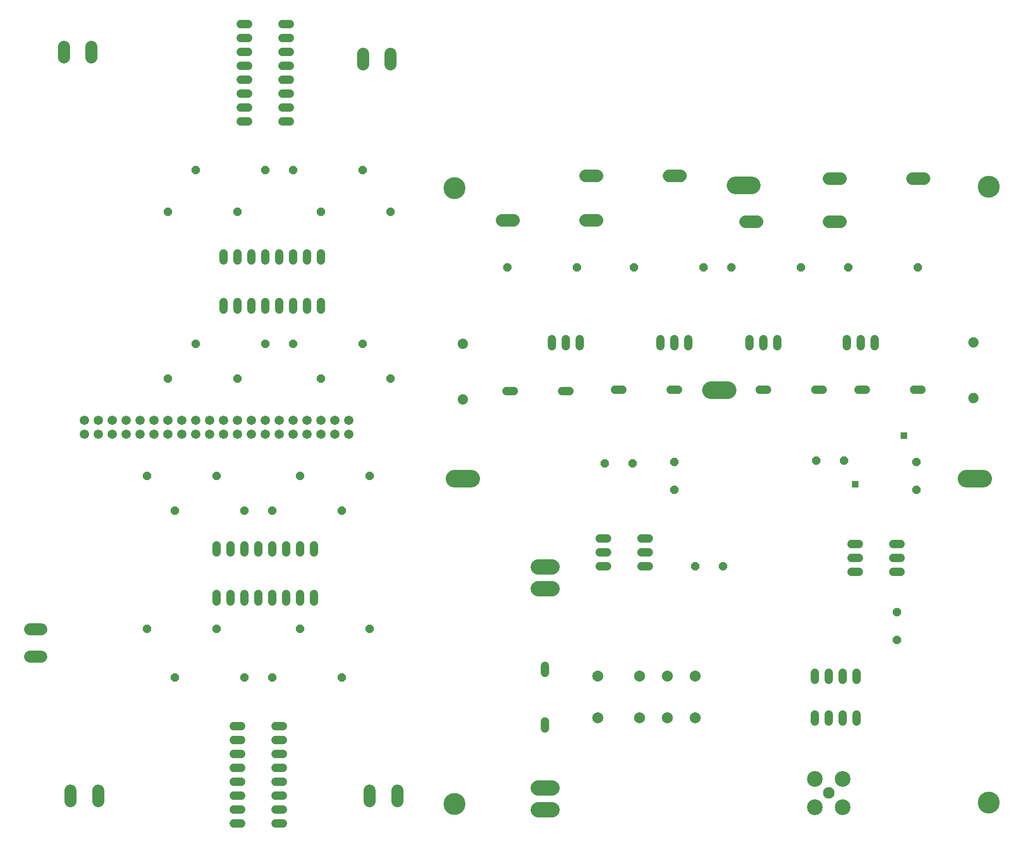
<source format=gts>
G75*
%MOIN*%
%OFA0B0*%
%FSLAX25Y25*%
%IPPOS*%
%LPD*%
%AMOC8*
5,1,8,0,0,1.08239X$1,22.5*
%
%ADD10C,0.15750*%
%ADD11C,0.06000*%
%ADD12OC8,0.06000*%
%ADD13C,0.06737*%
%ADD14C,0.08600*%
%ADD15C,0.10839*%
%ADD16C,0.08300*%
%ADD17C,0.11300*%
%ADD18C,0.12650*%
%ADD19C,0.07887*%
%ADD20C,0.09050*%
%ADD21C,0.07400*%
%ADD22R,0.04762X0.04762*%
D10*
X0327800Y0028167D03*
X0711800Y0029167D03*
X0711800Y0472167D03*
X0327800Y0471167D03*
D11*
X0231800Y0424367D02*
X0231800Y0419167D01*
X0221800Y0419167D02*
X0221800Y0424367D01*
X0211800Y0424367D02*
X0211800Y0419167D01*
X0201800Y0419167D02*
X0201800Y0424367D01*
X0191800Y0424367D02*
X0191800Y0419167D01*
X0181800Y0419167D02*
X0181800Y0424367D01*
X0171800Y0424367D02*
X0171800Y0419167D01*
X0161800Y0419167D02*
X0161800Y0424367D01*
X0161800Y0389167D02*
X0161800Y0383967D01*
X0171800Y0383967D02*
X0171800Y0389167D01*
X0181800Y0389167D02*
X0181800Y0383967D01*
X0191800Y0383967D02*
X0191800Y0389167D01*
X0201800Y0389167D02*
X0201800Y0383967D01*
X0211800Y0383967D02*
X0211800Y0389167D01*
X0221800Y0389167D02*
X0221800Y0383967D01*
X0231800Y0383967D02*
X0231800Y0389167D01*
X0365200Y0325167D02*
X0370400Y0325167D01*
X0405200Y0325167D02*
X0410400Y0325167D01*
X0443200Y0326167D02*
X0448400Y0326167D01*
X0483200Y0326167D02*
X0488400Y0326167D01*
X0485800Y0357567D02*
X0485800Y0362767D01*
X0475800Y0362767D02*
X0475800Y0357567D01*
X0495800Y0357567D02*
X0495800Y0362767D01*
X0539800Y0362767D02*
X0539800Y0357567D01*
X0549800Y0357567D02*
X0549800Y0362767D01*
X0559800Y0362767D02*
X0559800Y0357567D01*
X0552400Y0326167D02*
X0547200Y0326167D01*
X0587200Y0326167D02*
X0592400Y0326167D01*
X0618200Y0326167D02*
X0623400Y0326167D01*
X0658200Y0326167D02*
X0663400Y0326167D01*
X0629800Y0357567D02*
X0629800Y0362767D01*
X0619800Y0362767D02*
X0619800Y0357567D01*
X0609800Y0357567D02*
X0609800Y0362767D01*
X0467400Y0219167D02*
X0462200Y0219167D01*
X0462200Y0209167D02*
X0467400Y0209167D01*
X0467400Y0199167D02*
X0462200Y0199167D01*
X0437400Y0199167D02*
X0432200Y0199167D01*
X0432200Y0209167D02*
X0437400Y0209167D01*
X0437400Y0219167D02*
X0432200Y0219167D01*
X0392800Y0127767D02*
X0392800Y0122567D01*
X0392800Y0087767D02*
X0392800Y0082567D01*
X0226800Y0173967D02*
X0226800Y0179167D01*
X0216800Y0179167D02*
X0216800Y0173967D01*
X0206800Y0173967D02*
X0206800Y0179167D01*
X0196800Y0179167D02*
X0196800Y0173967D01*
X0186800Y0173967D02*
X0186800Y0179167D01*
X0176800Y0179167D02*
X0176800Y0173967D01*
X0166800Y0173967D02*
X0166800Y0179167D01*
X0156800Y0179167D02*
X0156800Y0173967D01*
X0156800Y0209167D02*
X0156800Y0214367D01*
X0166800Y0214367D02*
X0166800Y0209167D01*
X0176800Y0209167D02*
X0176800Y0214367D01*
X0186800Y0214367D02*
X0186800Y0209167D01*
X0196800Y0209167D02*
X0196800Y0214367D01*
X0206800Y0214367D02*
X0206800Y0209167D01*
X0216800Y0209167D02*
X0216800Y0214367D01*
X0226800Y0214367D02*
X0226800Y0209167D01*
X0204400Y0084167D02*
X0199200Y0084167D01*
X0199200Y0074167D02*
X0204400Y0074167D01*
X0204400Y0064167D02*
X0199200Y0064167D01*
X0199200Y0054167D02*
X0204400Y0054167D01*
X0204400Y0044167D02*
X0199200Y0044167D01*
X0199200Y0034167D02*
X0204400Y0034167D01*
X0204400Y0024167D02*
X0199200Y0024167D01*
X0199200Y0014167D02*
X0204400Y0014167D01*
X0174400Y0014167D02*
X0169200Y0014167D01*
X0169200Y0024167D02*
X0174400Y0024167D01*
X0174400Y0034167D02*
X0169200Y0034167D01*
X0169200Y0044167D02*
X0174400Y0044167D01*
X0174400Y0054167D02*
X0169200Y0054167D01*
X0169200Y0064167D02*
X0174400Y0064167D01*
X0174400Y0074167D02*
X0169200Y0074167D01*
X0169200Y0084167D02*
X0174400Y0084167D01*
X0397800Y0357567D02*
X0397800Y0362767D01*
X0407800Y0362767D02*
X0407800Y0357567D01*
X0417800Y0357567D02*
X0417800Y0362767D01*
X0613200Y0215167D02*
X0618400Y0215167D01*
X0618400Y0205167D02*
X0613200Y0205167D01*
X0613200Y0195167D02*
X0618400Y0195167D01*
X0643200Y0195167D02*
X0648400Y0195167D01*
X0648400Y0205167D02*
X0643200Y0205167D01*
X0643200Y0215167D02*
X0648400Y0215167D01*
X0616800Y0122767D02*
X0616800Y0117567D01*
X0606800Y0117567D02*
X0606800Y0122767D01*
X0596800Y0122767D02*
X0596800Y0117567D01*
X0586800Y0117567D02*
X0586800Y0122767D01*
X0586800Y0092767D02*
X0586800Y0087567D01*
X0596800Y0087567D02*
X0596800Y0092767D01*
X0606800Y0092767D02*
X0606800Y0087567D01*
X0616800Y0087567D02*
X0616800Y0092767D01*
X0209400Y0519167D02*
X0204200Y0519167D01*
X0204200Y0529167D02*
X0209400Y0529167D01*
X0209400Y0539167D02*
X0204200Y0539167D01*
X0204200Y0549167D02*
X0209400Y0549167D01*
X0209400Y0559167D02*
X0204200Y0559167D01*
X0204200Y0569167D02*
X0209400Y0569167D01*
X0209400Y0579167D02*
X0204200Y0579167D01*
X0204200Y0589167D02*
X0209400Y0589167D01*
X0179400Y0589167D02*
X0174200Y0589167D01*
X0174200Y0579167D02*
X0179400Y0579167D01*
X0179400Y0569167D02*
X0174200Y0569167D01*
X0174200Y0559167D02*
X0179400Y0559167D01*
X0179400Y0549167D02*
X0174200Y0549167D01*
X0174200Y0539167D02*
X0179400Y0539167D01*
X0179400Y0529167D02*
X0174200Y0529167D01*
X0174200Y0519167D02*
X0179400Y0519167D01*
D12*
X0191800Y0484167D03*
X0211800Y0484167D03*
X0231800Y0454167D03*
X0261800Y0484167D03*
X0281800Y0454167D03*
X0365800Y0414167D03*
X0415800Y0414167D03*
X0456800Y0414167D03*
X0506800Y0414167D03*
X0526800Y0414167D03*
X0576800Y0414167D03*
X0610800Y0414167D03*
X0660800Y0414167D03*
X0659800Y0274167D03*
X0659800Y0254167D03*
X0607800Y0275167D03*
X0587800Y0275167D03*
X0520800Y0199167D03*
X0500800Y0199167D03*
X0485800Y0254167D03*
X0485800Y0274167D03*
X0455800Y0273167D03*
X0435800Y0273167D03*
X0281800Y0334167D03*
X0261800Y0359167D03*
X0231800Y0334167D03*
X0211800Y0359167D03*
X0191800Y0359167D03*
X0171800Y0334167D03*
X0141800Y0359167D03*
X0121800Y0334167D03*
X0106800Y0264167D03*
X0126800Y0239167D03*
X0156800Y0264167D03*
X0176800Y0239167D03*
X0196800Y0239167D03*
X0216800Y0264167D03*
X0246800Y0239167D03*
X0266800Y0264167D03*
X0266800Y0154167D03*
X0246800Y0119167D03*
X0216800Y0154167D03*
X0196800Y0119167D03*
X0176800Y0119167D03*
X0156800Y0154167D03*
X0126800Y0119167D03*
X0106800Y0154167D03*
X0121800Y0454167D03*
X0141800Y0484167D03*
X0171800Y0454167D03*
X0645800Y0166167D03*
X0645800Y0146167D03*
D13*
X0251800Y0294167D03*
X0251800Y0304167D03*
X0241800Y0304167D03*
X0231800Y0304167D03*
X0221800Y0304167D03*
X0211800Y0304167D03*
X0201800Y0304167D03*
X0191800Y0304167D03*
X0181800Y0304167D03*
X0171800Y0304167D03*
X0161800Y0304167D03*
X0151800Y0304167D03*
X0141800Y0304167D03*
X0131800Y0304167D03*
X0121800Y0304167D03*
X0111800Y0304167D03*
X0101800Y0304167D03*
X0091800Y0304167D03*
X0081800Y0304167D03*
X0071800Y0304167D03*
X0061800Y0304167D03*
X0061800Y0294167D03*
X0071800Y0294167D03*
X0081800Y0294167D03*
X0091800Y0294167D03*
X0101800Y0294167D03*
X0111800Y0294167D03*
X0121800Y0294167D03*
X0131800Y0294167D03*
X0141800Y0294167D03*
X0151800Y0294167D03*
X0161800Y0294167D03*
X0171800Y0294167D03*
X0181800Y0294167D03*
X0191800Y0294167D03*
X0201800Y0294167D03*
X0211800Y0294167D03*
X0221800Y0294167D03*
X0231800Y0294167D03*
X0241800Y0294167D03*
D14*
X0051900Y0038067D02*
X0051900Y0030267D01*
X0071600Y0030267D02*
X0071600Y0038067D01*
X0030700Y0134367D02*
X0022900Y0134367D01*
X0022900Y0154067D02*
X0030700Y0154067D01*
X0266900Y0038067D02*
X0266900Y0030267D01*
X0286600Y0030267D02*
X0286600Y0038067D01*
X0281700Y0560267D02*
X0281700Y0568067D01*
X0262000Y0568067D02*
X0262000Y0560267D01*
X0066700Y0565267D02*
X0066700Y0573067D01*
X0047000Y0573067D02*
X0047000Y0565267D01*
D15*
X0387780Y0198962D02*
X0397820Y0198962D01*
X0397820Y0183371D02*
X0387780Y0183371D01*
X0387780Y0039962D02*
X0397820Y0039962D01*
X0397820Y0024371D02*
X0387780Y0024371D01*
D16*
X0596800Y0036167D03*
D17*
X0586761Y0046206D03*
X0606839Y0046206D03*
X0606839Y0026128D03*
X0586761Y0026128D03*
D18*
X0695875Y0262167D02*
X0707725Y0262167D01*
X0523925Y0325867D02*
X0512075Y0325867D01*
X0529575Y0473167D02*
X0541425Y0473167D01*
X0339725Y0262167D02*
X0327875Y0262167D01*
D19*
X0430800Y0120167D03*
X0460800Y0120167D03*
X0480800Y0120167D03*
X0500800Y0120167D03*
X0500800Y0090167D03*
X0480800Y0090167D03*
X0460800Y0090167D03*
X0430800Y0090167D03*
D20*
X0429925Y0448167D02*
X0421675Y0448167D01*
X0421675Y0480167D02*
X0429925Y0480167D01*
X0481675Y0480167D02*
X0489925Y0480167D01*
X0536675Y0447167D02*
X0544925Y0447167D01*
X0596675Y0447167D02*
X0604925Y0447167D01*
X0604925Y0478167D02*
X0596675Y0478167D01*
X0656675Y0478167D02*
X0664925Y0478167D01*
X0369925Y0448167D02*
X0361675Y0448167D01*
D21*
X0333800Y0359167D03*
X0333800Y0319167D03*
X0700800Y0320167D03*
X0700800Y0360167D03*
D22*
X0650800Y0293167D03*
X0615800Y0258167D03*
M02*

</source>
